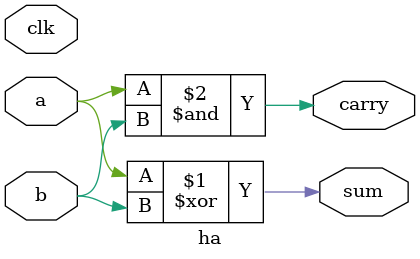
<source format=v>
module ha (
    input a,
    input b,
    input clk,
    output sum,    // Sum
    output carry   // Carry
);
    assign sum = a ^ b;  // Sum
    assign carry = a & b;  // Carry
endmodule
</source>
